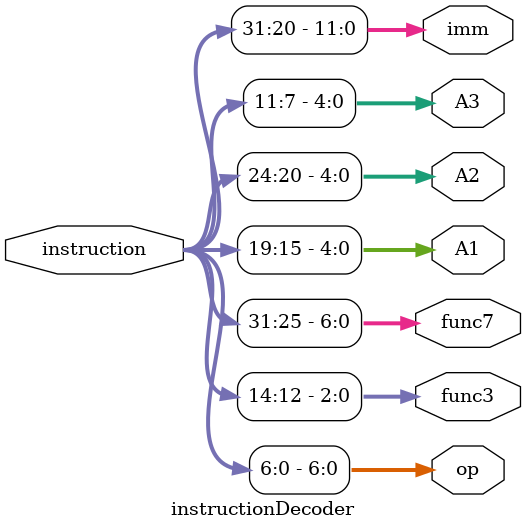
<source format=v>
`timescale 1ns / 1ps

module instructionDecoder(instruction, op, func3, func7, A1, A2, A3, imm);
    input [31:0] instruction;
    output wire [6:0] op;
    output wire [2:0] func3;
    output wire [6:0] func7;
    output wire [4:0] A1, A2, A3;
    output wire [11:0] imm;
    assign func7 = instruction[31:25];
    assign imm = instruction[31:20];
    assign A2 = instruction[24:20];
    assign A1 = instruction[19:15];
    assign func3 = instruction[14:12];
    assign A3 = instruction[11:7];
    assign op = instruction[6:0];
endmodule

</source>
